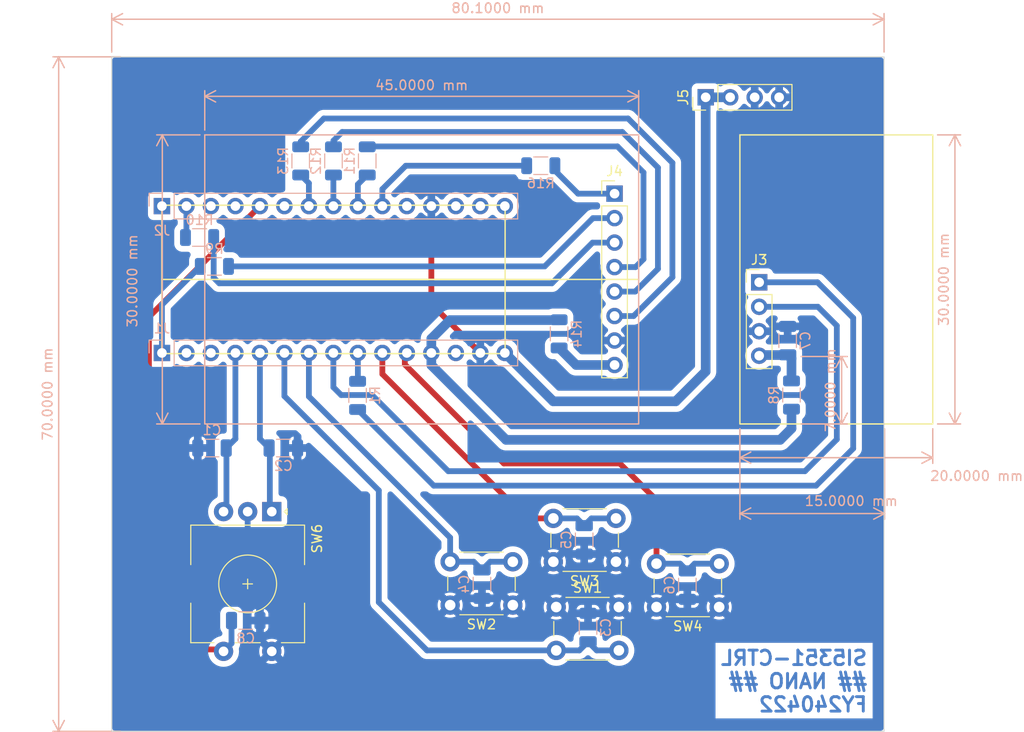
<source format=kicad_pcb>
(kicad_pcb (version 20240108) (generator "pcbnew") (generator_version "8.0")
  (title_block (date "sam. 04 avril 2015"))
  (layers (0 "F.Cu" signal) (31 "B.Cu" signal) (34 "B.Paste" user) (35 "F.Paste" user) (36 "B.SilkS" user "B.Silkscreen") (37 "F.SilkS" user "F.Silkscreen") (38 "B.Mask" user) (39 "F.Mask" user) (44 "Edge.Cuts" user))
  (net 0 "")
  (net 1 "GND")
  (net 2 "/~{RESET}")
  (net 3 "/*D9")
  (net 4 "/D8")
  (net 5 "/D7")
  (net 6 "/*D6")
  (net 7 "/*D5")
  (net 8 "/D4")
  (net 9 "+5V")
  (net 10 "/A3")
  (net 11 "/A2")
  (net 12 "/A1")
  (net 13 "/A0")
  (net 14 "/AREF")
  (net 15 "/D0{slash}RX")
  (net 16 "/D1{slash}TX")
  (net 17 "+3V3")
  (net 18 "/A7")
  (net 19 "/A6")
  (net 20 "/A5{slash}SCL")
  (net 21 "/A4{slash}SDA")
  (net 22 "/D2")
  (net 23 "/*D3")
  (net 24 "/*D10{slash}SS")
  (net 25 "/*D11{slash}MOSI")
  (net 26 "/D12{slash}MISO")
  (net 27 "Net-(J3-Pin_4)")
  (net 28 "Net-(J4-Pin_5)")
  (net 29 "Net-(J4-Pin_6)")
  (net 30 "Net-(J4-Pin_8)")
  (net 31 "Net-(J4-Pin_3)")
  (net 32 "Net-(J4-Pin_1)")
  (net 33 "Net-(J4-Pin_4)")
  (net 34 "/D13{slash}SCK")
  (net 35 "Net-(J3-Pin_1)")
  (net 36 "Net-(J4-Pin_2)")
  (net 37 "VCC")
  (footprint "Connector_PinHeader_2.54mm:PinHeader_1x04_P2.54mm_Vertical" (layer "F.Cu") (at 160.2 72.2 90)
    (property "Reference" "J5" (at 0 -2.33 -90) (layer "F.SilkS"))
    (property "Value" "Conn_01x04")
    (fp_line (start -1.33 -1.33) (end 0 -1.33) (stroke (width 0.12)) (layer "F.SilkS"))
    (fp_line (start -1.33 0) (end -1.33 -1.33) (stroke (width 0.12)) (layer "F.SilkS"))
    (fp_line (start 1.33 1.27) (end 1.33 8.95) (stroke (width 0.12)) (layer "F.SilkS"))
    (fp_line (start -1.33 1.27) (end 1.33 1.27) (stroke (width 0.12)) (layer "F.SilkS"))
    (fp_line (start -1.33 1.27) (end -1.33 8.95) (stroke (width 0.12)) (layer "F.SilkS"))
    (fp_line (start -1.33 8.95) (end 1.33 8.95) (stroke (width 0.12)) (layer "F.SilkS"))
    (pad "1" thru_hole rect (at 0 0 90) (size 1.7 1.7) (drill 1) (layers "*.Cu" "*.Mask") (net 37 "VCC"))
    (pad "2" thru_hole oval (at 0 2.54 90) (size 1.7 1.7) (drill 1) (layers "*.Cu" "*.Mask") (net 37 "VCC"))
    (pad "3" thru_hole oval (at 0 5.08 90) (size 1.7 1.7) (drill 1) (layers "*.Cu" "*.Mask") (net 1 "GND"))
    (pad "4" thru_hole oval (at 0 7.62 90) (size 1.7 1.7) (drill 1) (layers "*.Cu" "*.Mask") (net 1 "GND"))
  )
  (footprint "Button_Switch_THT:SW_PUSH_6mm" (layer "F.Cu") (at 144.7 125.1)
    (property "Reference" "SW1" (at 3.25 -2 0) (layer "F.SilkS"))
    (property "Value" "SW_Push")
    (fp_line (start -0.25 1.5) (end -0.25 3) (stroke (width 0.12)) (layer "F.SilkS"))
    (fp_line (start 1 5.5) (end 5.5 5.5) (stroke (width 0.12)) (layer "F.SilkS"))
    (fp_line (start 5.5 -1) (end 1 -1) (stroke (width 0.12)) (layer "F.SilkS"))
    (fp_line (start 6.75 3) (end 6.75 1.5) (stroke (width 0.12)) (layer "F.SilkS"))
    (pad "1" thru_hole circle (at 0 0 90) (size 2 2) (drill 1.1) (layers "*.Cu" "*.Mask") (net 1 "GND"))
    (pad "1" thru_hole circle (at 6.5 0 90) (size 2 2) (drill 1.1) (layers "*.Cu" "*.Mask") (net 1 "GND"))
    (pad "2" thru_hole circle (at 0 4.5 90) (size 2 2) (drill 1.1) (layers "*.Cu" "*.Mask") (net 11 "/A2"))
    (pad "2" thru_hole circle (at 6.5 4.5 90) (size 2 2) (drill 1.1) (layers "*.Cu" "*.Mask") (net 11 "/A2"))
  )
  (footprint "Rotary_Encoder:RotaryEncoder_Alps_EC11E-Switch_Vertical_H20mm" (layer "F.Cu") (at 115.2 115.2 -90)
    (property "Reference" "SW6" (at 2.8 -4.7 90) (layer "F.SilkS"))
    (property "Value" "RotaryEncoder_Switch")
    (fp_line (start 5.5 8.4) (end 1.4 8.4) (stroke (width 0.12)) (layer "F.SilkS"))
    (fp_line (start 13.6 8.4) (end 9.5 8.4) (stroke (width 0.12)) (layer "F.SilkS"))
    (fp_line (start 13.6 6) (end 13.6 8.4) (stroke (width 0.12)) (layer "F.SilkS"))
    (fp_line (start 7 2.5) (end 8 2.5) (stroke (width 0.12)) (layer "F.SilkS"))
    (fp_line (start 7.5 2) (end 7.5 3) (stroke (width 0.12)) (layer "F.SilkS"))
    (fp_line (start 13.6 1.2) (end 13.6 3.8) (stroke (width 0.12)) (layer "F.SilkS"))
    (fp_line (start 0 -1.3) (end -0.3 -1.6) (stroke (width 0.12)) (layer "F.SilkS"))
    (fp_line (start -0.3 -1.6) (end 0.3 -1.6) (stroke (width 0.12)) (layer "F.SilkS"))
    (fp_line (start 0.3 -1.6) (end 0 -1.3) (stroke (width 0.12)) (layer "F.SilkS"))
    (fp_line (start 1.4 -3.4) (end 1.4 8.4) (stroke (width 0.12)) (layer "F.SilkS"))
    (fp_line (start 5.5 -3.4) (end 1.4 -3.4) (stroke (width 0.12)) (layer "F.SilkS"))
    (fp_line (start 9.5 -3.4) (end 13.6 -3.4) (stroke (width 0.12)) (layer "F.SilkS"))
    (fp_line (start 13.6 -3.4) (end 13.6 -1) (stroke (width 0.12)) (layer "F.SilkS"))
    (fp_circle (center 7.5 2.5) (end 10.5 2.5) (stroke (width 0.12)) (fill none) (layer "F.SilkS"))
    (pad "A" thru_hole rect (at 0 0 270) (size 2 2) (drill 1) (layers "*.Cu" "*.Mask") (net 12 "/A1"))
    (pad "B" thru_hole circle (at 0 5 270) (size 2 2) (drill 1) (layers "*.Cu" "*.Mask") (net 13 "/A0"))
    (pad "C" thru_hole circle (at 0 2.5 270) (size 2 2) (drill 1) (layers "*.Cu" "*.Mask") (net 1 "GND"))
    (pad "S1" thru_hole circle (at 14.5 5 270) (size 2 2) (drill 1) (layers "*.Cu" "*.Mask") (net 4 "/D8"))
    (pad "S2" thru_hole circle (at 14.5 0 270) (size 2 2) (drill 1) (layers "*.Cu" "*.Mask") (net 1 "GND"))
  )
  (footprint "Connector_PinHeader_2.54mm:PinHeader_1x08_P2.54mm_Vertical" (layer "F.Cu") (at 150.75 82.2)
    (property "Reference" "J4" (at 0 -2.33 0) (layer "F.SilkS"))
    (property "Value" "Conn_01x08")
    (fp_line (start -1.33 -1.33) (end 0 -1.33) (stroke (width 0.12)) (layer "F.SilkS"))
    (fp_line (start -1.33 0) (end -1.33 -1.33) (stroke (width 0.12)) (layer "F.SilkS"))
    (fp_line (start -1.33 1.27) (end -1.33 19.11) (stroke (width 0.12)) (layer "F.SilkS"))
    (fp_line (start -1.33 1.27) (end 1.33 1.27) (stroke (width 0.12)) (layer "F.SilkS"))
    (fp_line (start -1.33 19.11) (end 1.33 19.11) (stroke (width 0.12)) (layer "F.SilkS"))
    (fp_line (start 1.33 1.27) (end 1.33 19.11) (stroke (width 0.12)) (layer "F.SilkS"))
    (pad "1" thru_hole rect (at 0 0) (size 1.7 1.7) (drill 1) (layers "*.Cu" "*.Mask") (net 32 "Net-(J4-Pin_1)"))
    (pad "2" thru_hole oval (at 0 2.54) (size 1.7 1.7) (drill 1) (layers "*.Cu" "*.Mask") (net 36 "Net-(J4-Pin_2)"))
    (pad "3" thru_hole oval (at 0 5.08) (size 1.7 1.7) (drill 1) (layers "*.Cu" "*.Mask") (net 31 "Net-(J4-Pin_3)"))
    (pad "4" thru_hole oval (at 0 7.62) (size 1.7 1.7) (drill 1) (layers "*.Cu" "*.Mask") (net 33 "Net-(J4-Pin_4)"))
    (pad "5" thru_hole oval (at 0 10.16) (size 1.7 1.7) (drill 1) (layers "*.Cu" "*.Mask") (net 28 "Net-(J4-Pin_5)"))
    (pad "6" thru_hole oval (at 0 12.7) (size 1.7 1.7) (drill 1) (layers "*.Cu" "*.Mask") (net 29 "Net-(J4-Pin_6)"))
    (pad "7" thru_hole oval (at 0 15.24) (size 1.7 1.7) (drill 1) (layers "*.Cu" "*.Mask") (net 1 "GND"))
    (pad "8" thru_hole oval (at 0 17.78) (size 1.7 1.7) (drill 1) (layers "*.Cu" "*.Mask") (net 30 "Net-(J4-Pin_8)"))
  )
  (footprint "Button_Switch_THT:SW_PUSH_6mm" (layer "F.Cu") (at 150.9 120.4 180)
    (property "Reference" "SW3" (at 3.25 -2 180) (layer "F.SilkS"))
    (property "Value" "SW_Push")
    (fp_line (start 6.75 3) (end 6.75 1.5) (stroke (width 0.12)) (layer "F.SilkS"))
    (fp_line (start 5.5 -1) (end 1 -1) (stroke (width 0.12)) (layer "F.SilkS"))
    (fp_line (start 1 5.5) (end 5.5 5.5) (stroke (width 0.12)) (layer "F.SilkS"))
    (fp_line (start -0.25 1.5) (end -0.25 3) (stroke (width 0.12)) (layer "F.SilkS"))
    (pad "1" thru_hole circle (at 0 0 270) (size 2 2) (drill 1.1) (layers "*.Cu" "*.Mask") (net 1 "GND"))
    (pad "1" thru_hole circle (at 6.5 0 270) (size 2 2) (drill 1.1) (layers "*.Cu" "*.Mask") (net 1 "GND"))
    (pad "2" thru_hole circle (at 0 4.5 270) (size 2 2) (drill 1.1) (layers "*.Cu" "*.Mask") (net 19 "/A6"))
    (pad "2" thru_hole circle (at 6.5 4.5 270) (size 2 2) (drill 1.1) (layers "*.Cu" "*.Mask") (net 19 "/A6"))
  )
  (footprint "Connector_PinHeader_2.54mm:PinHeader_1x04_P2.54mm_Vertical" (layer "F.Cu") (at 165.75 91.4)
    (property "Reference" "J3" (at 0 -2.33 0) (layer "F.SilkS"))
    (property "Value" "Conn_01x04")
    (fp_line (start -1.33 -1.33) (end 0 -1.33) (stroke (width 0.12)) (layer "F.SilkS"))
    (fp_line (start -1.33 0) (end -1.33 -1.33) (stroke (width 0.12)) (layer "F.SilkS"))
    (fp_line (start -1.33 1.27) (end -1.33 8.95) (stroke (width 0.12)) (layer "F.SilkS"))
    (fp_line (start -1.33 1.27) (end 1.33 1.27) (stroke (width 0.12)) (layer "F.SilkS"))
    (fp_line (start -1.33 8.95) (end 1.33 8.95) (stroke (width 0.12)) (layer "F.SilkS"))
    (fp_line (start 1.33 1.27) (end 1.33 8.95) (stroke (width 0.12)) (layer "F.SilkS"))
    (pad "1" thru_hole rect (at 0 0) (size 1.7 1.7) (drill 1) (layers "*.Cu" "*.Mask") (net 35 "Net-(J3-Pin_1)"))
    (pad "2" thru_hole oval (at 0 2.54) (size 1.7 1.7) (drill 1) (layers "*.Cu" "*.Mask") (net 21 "/A4{slash}SDA"))
    (pad "3" thru_hole oval (at 0 5.08) (size 1.7 1.7) (drill 1) (layers "*.Cu" "*.Mask") (net 1 "GND"))
    (pad "4" thru_hole oval (at 0 7.62) (size 1.7 1.7) (drill 1) (layers "*.Cu" "*.Mask") (net 27 "Net-(J3-Pin_4)"))
  )
  (footprint "Button_Switch_THT:SW_PUSH_6mm" (layer "F.Cu") (at 161.6 125.1 180)
    (property "Reference" "SW4" (at 3.25 -2 180) (layer "F.SilkS"))
    (property "Value" "SW_Push")
    (fp_line (start 6.75 3) (end 6.75 1.5) (stroke (width 0.12)) (layer "F.SilkS"))
    (fp_line (start 5.5 -1) (end 1 -1) (stroke (width 0.12)) (layer "F.SilkS"))
    (fp_line (start 1 5.5) (end 5.5 5.5) (stroke (width 0.12)) (layer "F.SilkS"))
    (fp_line (start -0.25 1.5) (end -0.25 3) (stroke (width 0.12)) (layer "F.SilkS"))
    (pad "1" thru_hole circle (at 0 0 270) (size 2 2) (drill 1.1) (layers "*.Cu" "*.Mask") (net 1 "GND"))
    (pad "1" thru_hole circle (at 6.5 0 270) (size 2 2) (drill 1.1) (layers "*.Cu" "*.Mask") (net 1 "GND"))
    (pad "2" thru_hole circle (at 0 4.5 270) (size 2 2) (drill 1.1) (layers "*.Cu" "*.Mask") (net 18 "/A7"))
    (pad "2" thru_hole circle (at 6.5 4.5 270) (size 2 2) (drill 1.1) (layers "*.Cu" "*.Mask") (net 18 "/A7"))
  )
  (footprint "Button_Switch_THT:SW_PUSH_6mm" (layer "F.Cu") (at 140.2 124.9 180)
    (property "Reference" "SW2" (at 3.25 -2 180) (layer "F.SilkS"))
    (property "Value" "SW_Push")
    (fp_line (start 6.75 3) (end 6.75 1.5) (stroke (width 0.12)) (layer "F.SilkS"))
    (fp_line (start 5.5 -1) (end 1 -1) (stroke (width 0.12)) (layer "F.SilkS"))
    (fp_line (start 1 5.5) (end 5.5 5.5) (stroke (width 0.12)) (layer "F.SilkS"))
    (fp_line (start -0.25 1.5) (end -0.25 3) (stroke (width 0.12)) (layer "F.SilkS"))
    (pad "1" thru_hole circle (at 0 0 270) (size 2 2) (drill 1.1) (layers "*.Cu" "*.Mask") (net 1 "GND"))
    (pad "1" thru_hole circle (at 6.5 0 270) (size 2 2) (drill 1.1) (layers "*.Cu" "*.Mask") (net 1 "GND"))
    (pad "2" thru_hole circle (at 0 4.5 270) (size 2 2) (drill 1.1) (layers "*.Cu" "*.Mask") (net 10 "/A3"))
    (pad "2" thru_hole circle (at 6.5 4.5 270) (size 2 2) (drill 1.1) (layers "*.Cu" "*.Mask") (net 10 "/A3"))
  )
  (footprint "Connector_PinHeader_2.54mm:PinHeader_1x15_P2.54mm_Vertical" (layer "B.Cu") (at 103.81 98.73 -90)
    (property "Reference" "J1" (at -2.54 0 180) (layer "B.SilkS") (effects (justify mirror)))
    (property "Value" "Analog")
    (fp_line (start -1.33 1.33) (end 0 1.33) (stroke (width 0.12)) (layer "B.SilkS"))
    (fp_line (start -1.33 0) (end -1.33 1.33) (stroke (width 0.12)) (layer "B.SilkS"))
    (fp_line (start -1.33 -1.27) (end 1.33 -1.27) (stroke (width 0.12)) (layer "B.SilkS"))
    (fp_line (start -1.33 -1.27) (end -1.33 -36.89) (stroke (width 0.12)) (layer "B.SilkS"))
    (fp_line (start 1.33 -1.27) (end 1.33 -36.89) (stroke (width 0.12)) (layer "B.SilkS"))
    (fp_line (start -1.33 -36.89) (end 1.33 -36.89) (stroke (width 0.12)) (layer "B.SilkS"))
    (pad "1" thru_hole rect (at 0 0 270) (size 1.7 1.7) (drill 1) (layers "*.Cu" "*.Mask") (net 34 "/D13{slash}SCK"))
    (pad "2" thru_hole oval (at 0 -2.54 270) (size 1.7 1.7) (drill 1) (layers "*.Cu" "*.Mask") (net 17 "+3V3"))
    (pad "3" thru_hole oval (at 0 -5.08 270) (size 1.7 1.7) (drill 1) (layers "*.Cu" "*.Mask") (net 14 "/AREF"))
    (pad "4" thru_hole oval (at 0 -7.62 270) (size 1.7 1.7) (drill 1) (layers "*.Cu" "*.Mask") (net 13 "/A0"))
    (pad "5" thru_hole oval (at 0 -10.16 270) (size 1.7 1.7) (drill 1) (layers "*.Cu" "*.Mask") (net 12 "/A1"))
    (pad "6" thru_hole oval (at 0 -12.7 270) (size 1.7 1.7) (drill 1) (layers "*.Cu" "*.Mask") (net 11 "/A2"))
    (pad "7" thru_hole oval (at 0 -15.24 270) (size 1.7 1.7) (drill 1) (layers "*.Cu" "*.Mask") (net 10 "/A3"))
    (pad "8" thru_hole oval (at 0 -17.78 270) (size 1.7 1.7) (drill 1) (layers "*.Cu" "*.Mask") (net 21 "/A4{slash}SDA"))
    (pad "9" thru_hole oval (at 0 -20.32 270) (size 1.7 1.7) (drill 1) (layers "*.Cu" "*.Mask") (net 20 "/A5{slash}SCL"))
    (pad "10" thru_hole oval (at 0 -22.86 270) (size 1.7 1.7) (drill 1) (layers "*.Cu" "*.Mask") (net 19 "/A6"))
    (pad "11" thru_hole oval (at 0 -25.4 270) (size 1.7 1.7) (drill 1) (layers "*.Cu" "*.Mask") (net 18 "/A7"))
    (pad "12" thru_hole oval (at 0 -27.94 270) (size 1.7 1.7) (drill 1) (layers "*.Cu" "*.Mask") (net 9 "+5V"))
    (pad "13" thru_hole oval (at 0 -30.48 270) (size 1.7 1.7) (drill 1) (layers "*.Cu" "*.Mask") (net 2 "/~{RESET}"))
    (pad "14" thru_hole oval (at 0 -33.02 270) (size 1.7 1.7) (drill 1) (layers "*.Cu" "*.Mask") (net 1 "GND"))
    (pad "15" thru_hole oval (at 0 -35.56 270) (size 1.7 1.7) (drill 1) (layers "*.Cu" "*.Mask") (net 37 "VCC"))
  )
  (footprint "Connector_PinHeader_2.54mm:PinHeader_1x15_P2.54mm_Vertical" (layer "B.Cu") (at 103.81 83.49 -90)
    (property "Reference" "J2" (at 2.54 0 180) (layer "B.SilkS") (effects (justify mirror)))
    (property "Value" "Digital")
    (fp_line (start -1.33 1.33) (end 0 1.33) (stroke (width 0.12)) (layer "B.SilkS"))
    (fp_line (start -1.33 0) (end -1.33 1.33) (stroke (width 0.12)) (layer "B.SilkS"))
    (fp_line (start -1.33 -1.27) (end 1.33 -1.27) (stroke (width 0.12)) (layer "B.SilkS"))
    (fp_line (start -1.33 -1.27) (end -1.33 -36.89) (stroke (width 0.12)) (layer "B.SilkS"))
    (fp_line (start 1.33 -1.27) (end 1.33 -36.89) (stroke (width 0.12)) (layer "B.SilkS"))
    (fp_line (start -1.33 -36.89) (end 1.33 -36.89) (stroke (width 0.12)) (layer "B.SilkS"))
    (pad "1" thru_hole rect (at 0 0 270) (size 1.7 1.7) (drill 1) (layers "*.Cu" "*.Mask") (net 26 "/D12{slash}MISO"))
    (pad "2" thru_hole oval (at 0 -2.54 270) (size 1.7 1.7) (drill 1) (layers "*.Cu" "*.Mask") (net 25 "/*D11{slash}MOSI"))
    (pad "3" thru_hole oval (at 0 -5.08 270) (size 1.7 1.7) (drill 1) (layers "*.Cu" "*.Mask") (net 24 "/*D10{slash}SS"))
    (pad "4" thru_hole oval (at 0 -7.62 270) (size 1.7 1.7) (drill 1) (layers "*.Cu" "*.Mask") (net 3 "/*D9"))
    (pad "5" thru_hole oval (at 0 -10.16 270) (size 1.7 1.7) (drill 1) (layers "*.Cu" "*.Mask") (net 4 "/D8"))
    (pad "6" thru_hole oval (at 0 -12.7 270) (size 1.7 1.7) (drill 1) (layers "*.Cu" "*.Mask") (net 5 "/D7"))
    (pad "7" thru_hole oval (at 0 -15.24 270) (size 1.7 1.7) (drill 1) (layers "*.Cu" "*.Mask") (net 6 "/*D6"))
    (pad "8" thru_hole oval (at 0 -17.78 270) (size 1.7 1.7) (drill 1) (layers "*.Cu" "*.Mask") (net 7 "/*D5"))
    (pad "9" thru_hole oval (at 0 -20.32 270) (size 1.7 1.7) (drill 1) (layers "*.Cu" "*.Mask") (net 8 "/D4"))
    (pad "10" thru_hole oval (at 0 -22.86 270) (size 1.7 1.7) (drill 1) (layers "*.Cu" "*.Mask") (net 23 "/*D3"))
    (pad "11" thru_hole oval (at 0 -25.4 270) (size 1.7 1.7) (drill 1) (layers "*.Cu" "*.Mask") (net 22 "/D2"))
    (pad "12" thru_hole oval (at 0 -27.94 270) (size 1.7 1.7) (drill 1) (layers "*.Cu" "*.Mask") (net 1 "GND"))
    (pad "13" thru_hole oval (at 0 -30.48 270) (size 1.7 1.7) (drill 1) (layers "*.Cu" "*.Mask") (net 2 "/~{RESET}"))
    (pad "14" thru_hole oval (at 0 -33.02 270) (size 1.7 1.7) (drill 1) (layers "*.Cu" "*.Mask") (net 15 "/D0{slash}RX"))
    (pad "15" thru_hole oval (at 0 -35.56 270) (size 1.7 1.7) (drill 1) (layers "*.Cu" "*.Mask") (net 16 "/D1{slash}TX"))
  )
  (footprint "Resistor_SMD:R_1206_3216Metric" (layer "B.Cu") (at 121.6 78.8 -90)
    (property "Reference" "R12" (at 0 1.82 90) (layer "B.SilkS") (effects (justify mirror)))
    (property "Value" "0")
    (fp_line (start 0.727064 0.91) (end -0.727064 0.91) (stroke (width 0.12)) (layer "B.SilkS"))
    (fp_line (start 0.727064 -0.91) (end -0.727064 -0.91) (stroke (width 0.12)) (layer "B.SilkS"))
    (pad "1" smd roundrect (at -1.4625 0 270) (size 1.125 1.75) (layers "B.Cu" "B.Paste" "B.Mask") (roundrect_rratio 0.222222) (net 28 "Net-(J4-Pin_5)"))
    (pad "2" smd roundrect (at 1.4625 0 270) (size 1.125 1.75) (layers "B.Cu" "B.Paste" "B.Mask") (roundrect_rratio 0.222222) (net 7 "/*D5"))
  )
  (footprint "Capacitor_SMD:C_1206_3216Metric" (layer "B.Cu") (at 168.7 97.45 90)
    (property "Reference" "C7" (at 0 1.85 -90) (layer "B.SilkS") (effects (justify mirror)))
    (property "Value" "1n")
    (fp_line (start 0.711252 -0.91) (end -0.711252 -0.91) (stroke (width 0.12)) (layer "B.SilkS"))
    (fp_line (start 0.711252 0.91) (end -0.711252 0.91) (stroke (width 0.12)) (layer "B.SilkS"))
    (pad "1" smd roundrect (at -1.475 0 90) (size 1.15 1.8) (layers "B.Cu" "B.Paste" "B.Mask") (roundrect_rratio 0.217391) (net 27 "Net-(J3-Pin_4)"))
    (pad "2" smd roundrect (at 1.475 0 90) (size 1.15 1.8) (layers "B.Cu" "B.Paste" "B.Mask") (roundrect_rratio 0.217391) (net 1 "GND"))
  )
  (footprint "Resistor_SMD:R_1206_3216Metric" (layer "B.Cu") (at 145 96.75 90)
    (property "Reference" "R14" (at 0 1.82 -90) (layer "B.SilkS") (effects (justify mirror)))
    (property "Value" "0")
    (fp_line (start 0.727064 -0.91) (end -0.727064 -0.91) (stroke (width 0.12)) (layer "B.SilkS"))
    (fp_line (start 0.727064 0.91) (end -0.727064 0.91) (stroke (width 0.12)) (layer "B.SilkS"))
    (pad "1" smd roundrect (at -1.4625 0 90) (size 1.125 1.75) (layers "B.Cu" "B.Paste" "B.Mask") (roundrect_rratio 0.222222) (net 30 "Net-(J4-Pin_8)"))
    (pad "2" smd roundrect (at 1.4625 0 90) (size 1.125 1.75) (layers "B.Cu" "B.Paste" "B.Mask") (roundrect_rratio 0.222222) (net 9 "+5V"))
  )
  (footprint "Capacitor_SMD:C_1206_3216Metric" (layer "B.Cu") (at 116.4 108.6)
    (property "Reference" "C2" (at 0 1.85 0) (layer "B.SilkS") (effects (justify mirror)))
    (property "Value" "1n")
    (fp_line (start 0.711252 -0.91) (end -0.711252 -0.91) (stroke (width 0.12)) (layer "B.SilkS"))
    (fp_line (start 0.711252 0.91) (end -0.711252 0.91) (stroke (width 0.12)) (layer "B.SilkS"))
    (pad "1" smd roundrect (at -1.475 0) (size 1.15 1.8) (layers "B.Cu" "B.Paste" "B.Mask") (roundrect_rratio 0.217391) (net 12 "/A1"))
    (pad "2" smd roundrect (at 1.475 0) (size 1.15 1.8) (layers "B.Cu" "B.Paste" "B.Mask") (roundrect_rratio 0.217391) (net 1 "GND"))
  )
  (footprint "Resistor_SMD:R_1206_3216Metric" (layer "B.Cu") (at 143.1 79.3)
    (property "Reference" "R16" (at 0 1.82 0) (layer "B.SilkS") (effects (justify mirror)))
    (property "Value" "0")
    (fp_line (start 0.727064 -0.91) (end -0.727064 -0.91) (stroke (width 0.12)) (layer "B.SilkS"))
    (fp_line (start 0.727064 0.91) (end -0.727064 0.91) (stroke (width 0.12)) (layer "B.SilkS"))
    (pad "1" smd roundrect (at -1.4625 0) (size 1.125 1.75) (layers "B.Cu" "B.Paste" "B.Mask") (roundrect_rratio 0.222222) (net 23 "/*D3"))
    (pad "2" smd roundrect (at 1.4625 0) (size 1.125 1.75) (layers "B.Cu" "B.Paste" "B.Mask") (roundrect_rratio 0.222222) (net 32 "Net-(J4-Pin_1)"))
  )
  (footprint "Capacitor_SMD:C_1206_3216Metric" (layer "B.Cu") (at 147.6 118.125 -90)
    (property "Reference" "C5" (at 0 1.85 90) (layer "B.SilkS") (effects (justify mirror)))
    (property "Value" "1n")
    (fp_line (start 0.711252 0.91) (end -0.711252 0.91) (stroke (width 0.12)) (layer "B.SilkS"))
    (fp_line (start 0.711252 -0.91) (end -0.711252 -0.91) (stroke (width 0.12)) (layer "B.SilkS"))
    (pad "1" smd roundrect (at -1.475 0 270) (size 1.15 1.8) (layers "B.Cu" "B.Paste" "B.Mask") (roundrect_rratio 0.217391) (net 19 "/A6"))
    (pad "2" smd roundrect (at 1.475 0 270) (size 1.15 1.8) (layers "B.Cu" "B.Paste" "B.Mask") (roundrect_rratio 0.217391) (net 1 "GND"))
  )
  (footprint "Resistor_SMD:R_1206_3216Metric" (layer "B.Cu") (at 124.1 103.1375 90)
    (property "Reference" "R1" (at 0 1.82 270) (layer "B.SilkS") (effects (justify mirror)))
    (property "Value" "0")
    (fp_line (start 0.727064 -0.91) (end -0.727064 -0.91) (stroke (width 0.12)) (layer "B.SilkS"))
    (fp_line (start 0.727064 0.91) (end -0.727064 0.91) (stroke (width 0.12)) (layer "B.SilkS"))
    (pad "1" smd roundrect (at -1.4625 0 90) (size 1.125 1.75) (layers "B.Cu" "B.Paste" "B.Mask") (roundrect_rratio 0.222222) (net 35 "Net-(J3-Pin_1)"))
    (pad "2" smd roundrect (at 1.4625 0 90) (size 1.125 1.75) (layers "B.Cu" "B.Paste" "B.Mask") (roundrect_rratio 0.222222) (net 20 "/A5{slash}SCL"))
  )
  (footprint "Resistor_SMD:R_1206_3216Metric" (layer "B.Cu") (at 169.1 103.1 -90)
    (property "Reference" "R8" (at 0 1.82 90) (layer "B.SilkS") (effects (justify mirror)))
    (property "Value" "0")
    (fp_line (start 0.727064 0.91) (end -0.727064 0.91) (stroke (width 0.12)) (layer "B.SilkS"))
    (fp_line (start 0.727064 -0.91) (end -0.727064 -0.91) (stroke (width 0.12)) (layer "B.SilkS"))
    (pad "1" smd roundrect (at -1.4625 0 270) (size 1.125 1.75) (layers "B.Cu" "B.Paste" "B.Mask") (roundrect_rratio 0.222222) (net 27 "Net-(J3-Pin_4)"))
    (pad "2" smd roundrect (at 1.4625 0 270) (size 1.125 1.75) (layers "B.Cu" "B.Paste" "B.Mask") (roundrect_rratio 0.222222) (net 9 "+5V"))
  )
  (footprint "Capacitor_SMD:C_1206_3216Metric" (layer "B.Cu") (at 109 108.6 180)
    (property "Reference" "C1" (at 0 1.85 180) (layer "B.SilkS") (effects (justify mirror)))
    (property "Value" "1n")
    (fp_line (start 0.711252 0.91) (end -0.711252 0.91) (stroke (width 0.12)) (layer "B.SilkS"))
    (fp_line (start 0.711252 -0.91) (end -0.711252 -0.91) (stroke (width 0.12)) (layer "B.SilkS"))
    (pad "1" smd roundrect (at -1.475 0 180) (size 1.15 1.8) (layers "B.Cu" "B.Paste" "B.Mask") (roundrect_rratio 0.217391) (net 13 "/A0"))
    (pad "2" smd roundrect (at 1.475 0 180) (size 1.15 1.8) (layers "B.Cu" "B.Paste" "B.Mask") (roundrect_rratio 0.217391) (net 1 "GND"))
  )
  (footprint "Resistor_SMD:R_1206_3216Metric" (layer "B.Cu") (at 107.7125 86.75 180)
    (property "Reference" "R10" (at 0 1.82 180) (layer "B.SilkS") (effects (justify mirror)))
    (property "Value" "0")
    (fp_line (start 0.727064 0.91) (end -0.727064 0.91) (stroke (width 0.12)) (layer "B.SilkS"))
    (fp_line (start 0.727064 -0.91) (end -0.727064 -0.91) (stroke (width 0.12)) (layer "B.SilkS"))
    (pad "1" smd roundrect (at -1.4625 0 180) (size 1.125 1.75) (layers "B.Cu" "B.Paste" "B.Mask") (roundrect_rratio 0.222222) (net 31 "Net-(J4-Pin_3)"))
    (pad "2" smd roundrect (at 1.4625 0 180) (size 1.125 1.75) (layers "B.Cu" "B.Paste" "B.Mask") (roundrect_rratio 0.222222) (net 25 "/*D11{slash}MOSI"))
  )
  (footprint "Capacitor_SMD:C_1206_3216Metric" (layer "B.Cu") (at 137 122.725 -90)
    (property "Reference" "C4" (at 0 1.85 90) (layer "B.SilkS") (effects (justify mirror)))
    (property "Value" "1n")
    (fp_line (start 0.711252 0.91) (end -0.711252 0.91) (stroke (width 0.12)) (layer "B.SilkS"))
    (fp_line (start 0.711252 -0.91) (end -0.711252 -0.91) (stroke (width 0.12)) (layer "B.SilkS"))
    (pad "1" smd roundrect (at -1.475 0 270) (size 1.15 1.8) (layers "B.Cu" "B.Paste" "B.Mask") (roundrect_rratio 0.217391) (net 10 "/A3"))
    (pad "2" smd roundrect (at 1.475 0 270) (size 1.15 1.8) (layers "B.Cu" "B.Paste" "B.Mask") (roundrect_rratio 0.217391) (net 1 "GND"))
  )
  (footprint "Resistor_SMD:R_1206_3216Metric" (layer "B.Cu") (at 109.25 89.75 180)
    (property "Reference" "R9" (at 0 1.82 180) (layer "B.SilkS") (effects (justify mirror)))
    (property "Value" "0")
    (fp_line (start 0.727064 0.91) (end -0.727064 0.91) (stroke (width 0.12)) (layer "B.SilkS"))
    (fp_line (start 0.727064 -0.91) (end -0.727064 -0.91) (stroke (width 0.12)) (layer "B.SilkS"))
    (pad "1" smd roundrect (at -1.4625 0 180) (size 1.125 1.75) (layers "B.Cu" "B.Paste" "B.Mask") (roundrect_rratio 0.222222) (net 36 "Net-(J4-Pin_2)"))
    (pad "2" smd roundrect (at 1.4625 0 180) (size 1.125 1.75) (layers "B.Cu" "B.Paste" "B.Mask") (roundrect_rratio 0.222222) (net 34 "/D13{slash}SCK"))
  )
  (footprint "Capacitor_SMD:C_1206_3216Metric" (layer "B.Cu") (at 158.3 122.825 -90)
    (property "Reference" "C6" (at 0 1.85 90) (layer "B.SilkS") (effects (justify mirror)))
    (property "Value" "1n")
    (fp_line (start 0.711252 0.91) (end -0.711252 0.91) (stroke (width 0.12)) (layer "B.SilkS"))
    (fp_line (start 0.711252 -0.91) (end -0.711252 -0.91) (stroke (width 0.12)) (layer "B.SilkS"))
    (pad "1" smd roundrect (at -1.475 0 270) (size 1.15 1.8) (layers "B.Cu" "B.Paste" "B.Mask") (roundrect_rratio 0.217391) (net 18 "/A7"))
    (pad "2" smd roundrect (at 1.475 0 270) (size 1.15 1.8) (layers "B.Cu" "B.Paste" "B.Mask") (roundrect_rratio 0.217391) (net 1 "GND"))
  )
  (footprint "Resistor_SMD:R_1206_3216Metric" (layer "B.Cu") (at 118.2 78.8 -90)
    (property "Reference" "R13" (at 0 1.82 90) (layer "B.SilkS") (effects (justify mirror)))
    (property "Value" "0")
    (fp_line (start 0.727064 0.91) (end -0.727064 0.91) (stroke (width 0.12)) (layer "B.SilkS"))
    (fp_line (start 0.727064 -0.91) (end -0.727064 -0.91) (stroke (width 0.12)) (layer "B.SilkS"))
    (pad "1" smd roundrect (at -1.4625 0 270) (size 1.125 1.75) (layers "B.Cu" "B.Paste" "B.Mask") (roundrect_rratio 0.222222) (net 29 "Net-(J4-Pin_6)"))
    (pad "2" smd roundrect (at 1.4625 0 270) (size 1.125 1.75) (layers "B.Cu" "B.Paste" "B.Mask") (roundrect_rratio 0.222222) (net 6 "/*D6"))
  )
  (footprint "Resistor_SMD:R_1206_3216Metric" (layer "B.Cu") (at 125.1 78.8 -90)
    (property "Reference" "R11" (at 0 1.82 90) (layer "B.SilkS") (effects (justify mirror)))
    (property "Value" "0")
    (fp_line (start 0.727064 0.91) (end -0.727064 0.91) (stroke (width 0.12)) (layer "B.SilkS"))
    (fp_line (start 0.727064 -0.91) (end -0.727064 -0.91) (stroke (width 0.12)) (layer "B.SilkS"))
    (pad "1" smd roundrect (at -1.4625 0 270) (size 1.125 1.75) (layers "B.Cu" "B.Paste" "B.Mask") (roundrect_rratio 0.222222) (net 33 "Net-(J4-Pin_4)"))
    (pad "2" smd roundrect (at 1.4625 0 270) (size 1.125 1.75) (layers "B.Cu" "B.Paste" "B.Mask") (roundrect_rratio 0.222222) (net 8 "/D4"))
  )
  (footprint "Capacitor_SMD:C_1206_3216Metric" (layer "B.Cu") (at 112.5 126.5)
    (property "Reference" "C8" (at 0 1.85 0) (layer "B.SilkS") (effects (justify mirror)))
    (property "Value" "1n")
    (fp_line (start 0.711252 -0.91) (end -0.711252 -0.91) (stroke (width 0.12)) (layer "B.SilkS"))
    (fp_line (start 0.711252 0.91) (end -0.711252 0.91) (stroke (width 0.12)) (layer "B.SilkS"))
    (pad "1" smd roundrect (at -1.475 0) (size 1.15 1.8) (layers "B.Cu" "B.Paste" "B.Mask") (roundrect_rratio 0.217391) (net 4 "/D8"))
    (pad "2" smd roundrect (at 1.475 0) (size 1.15 1.8) (layers "B.Cu" "B.Paste" "B.Mask") (roundrect_rratio 0.217391) (net 1 "GND"))
  )
  (footprint "Capacitor_SMD:C_1206_3216Metric" (layer "B.Cu") (at 148 127.225 90)
    (property "Reference" "C3" (at 0 1.85 -90) (layer "B.SilkS") (effects (justify mirror)))
    (property "Value" "1n")
    (fp_line (start 0.711252 -0.91) (end -0.711252 -0.91) (stroke (width 0.12)) (layer "B.SilkS"))
    (fp_line (start 0.711252 0.91) (end -0.711252 0.91) (stroke (width 0.12)) (layer "B.SilkS"))
    (pad "1" smd roundrect (at -1.475 0 90) (size 1.15 1.8) (layers "B.Cu" "B.Paste" "B.Mask") (roundrect_rratio 0.217391) (net 11 "/A2"))
    (pad "2" smd roundrect (at 1.475 0 90) (size 1.15 1.8) (layers "B.Cu" "B.Paste" "B.Mask") (roundrect_rratio 0.217391) (net 1 "GND"))
  )
  (gr_rect (start 105.7 120.4) (end 119.8 125) (stroke (width 0.15)) (fill solid) (layer "B.Cu") (net 1))
  (gr_rect (start 108.25 76.1) (end 153.25 106.1) (stroke (width 0.15)) (fill none) (layer "B.SilkS"))
  (gr_line (start 139.4 83.4) (end 103.8 83.4) (stroke (width 0.15)) (layer "F.SilkS"))
  (gr_line (start 103.8 98.8) (end 139.4 98.8) (stroke (width 0.15)) (layer "F.SilkS"))
  (gr_rect (start 163.75 76.1) (end 183.75 106.1) (stroke (width 0.15)) (fill none) (layer "F.SilkS"))
  (gr_line (start 103.8 91.1) (end 139.4 91.1) (stroke (width 0.15)) (layer "F.SilkS"))
  (gr_line (start 111.8 91.1) (end 153.25 91.1) (stroke (width 0.15)) (layer "F.SilkS"))
  (gr_line (start 139.4 98.8) (end 139.4 83.4) (stroke (width 0.15)) (layer "F.SilkS"))
  (gr_line (start 103.8 83.4) (end 103.8 98.8) (stroke (width 0.15)) (layer "F.SilkS"))
  (gr_rect (start 98.6 68) (end 178.7 138) (stroke (width 0.1)) (fill none) (layer "Edge.Cuts"))
  (gr_text "SI5351-CTRL\n## NANO ##\nFY240422" (at 177.1 136.1 -0) (layer "B.Cu") (effects (font (size 1.5 1.5) (thickness 0.3) (bold yes)) (justify left bottom mirror)))
  (dimension (type aligned) (layer "B.SilkS") (pts (xy 169.6 99.1) (xy 169.6 106.1)) (height -4.7) (gr_text "7.0000 mm" (at 173.15 102.6 90) (layer "B.SilkS") (effects (font (size 1 1) (thickness 0.15)))) (format (prefix "") (suffix "") (units 3) (units_format 1) (precision 4)) (style (thickness 0.15) (arrow_length 1.27) (text_position_mode 0) (extension_height 0.58642) (extension_offset 0.5) keep_text_aligned))
  (dimension (type aligned) (layer "B.SilkS") (pts (xy 163.75 106.1) (xy 183.75 106.1)) (height 3.5) (gr_text "20.0000 mm" (at 188.3 111.5 0) (layer "B.SilkS") (effects (font (size 1 1) (thickness 0.15)))) (format (prefix "") (suffix "") (units 3) (units_format 1) (precision 4)) (style (thickness 0.15) (arrow_length 1.27) (text_position_mode 2) (extension_height 0.58642) (extension_offset 0.5) keep_text_aligned))
  (dimension (type aligned) (layer "B.SilkS") (pts (xy 183.75 76.1) (xy 183.75 106.1)) (height -2.3) (gr_text "30.0000 mm" (at 184.9 91.1 90) (layer "B.SilkS") (effects (font (size 1 1) (thickness 0.15)))) (format (prefix "") (suffix "") (units 3) (units_format 1) (precision 4)) (style (thickness 0.15) (arrow_length 1.27) (text_position_mode 0) (extension_height 0.58642) (extension_offset 0.5) keep_text_aligned))
  (dimension (type aligned) (layer "B.SilkS") (pts (xy 153.25 76.1) (xy 108.25 76.1)) (height 3.999999) (gr_text "45.0000 mm" (at 130.75 70.950001 0) (layer "B.SilkS") (effects (font (size 1 1) (thickness 0.15)))) (format (prefix "") (suffix "") (units 3) (units_format 1) (precision 4)) (style (thickness 0.15) (arrow_length 1.27) (text_position_mode 0) (extension_height 0.58642) (extension_offset 0.5) keep_text_aligned))
  (dimension (type aligned) (layer "B.SilkS") (pts (xy 108.25 76.1) (xy 108.25 106.1)) (height 4.4) (gr_text "30.0000 mm" (at 100.75 91.25 90) (layer "B.SilkS") (effects (font (size 1 1) (thickness 0.15)))) (format (prefix "") (suffix "") (units 3) (units_format 1) (precision 4)) (style (thickness 0.15) (arrow_length 1.27) (text_position_mode 2) (extension_height 0.58642) (extension_offset 0.5) keep_text_aligned))
  (dimension (type aligned) (layer "B.SilkS") (pts (xy 163.75 106.1) (xy 178.75 106.1)) (height 9.3) (gr_text "15.0000 mm" (at 175.3 114.1 0) (layer "B.SilkS") (effects (font (size 1 1) (thickness 0.15)))) (format (prefix "") (suffix "") (units 3) (units_format 1) (precision 4)) (style (thickness 0.15) (arrow_length 1.27) (text_position_mode 2) (extension_height 0.58642) (extension_offset 0.5) keep_text_aligned))
  (dimension (type aligned) (layer "B.SilkS") (pts (xy 98.6 68) (xy 178.7 68)) (height -3.9) (gr_text "80.1000 mm" (at 138.65 62.95 0) (layer "B.SilkS") (effects (font (size 1 1) (thickness 0.15)))) (format (prefix "") (suffix "") (units 3) (units_format 1) (precision 4)) (style (thickness 0.15) (arrow_length 1.27) (text_position_mode 0) (extension_height 0.58642) (extension_offset 0.5) keep_text_aligned))
  (dimension (type aligned) (layer "B.SilkS") (pts (xy 100 68) (xy 100 138)) (height 6.899999) (gr_text "70.0000 mm" (at 91.950001 103 90) (layer "B.SilkS") (effects (font (size 1 1) (thickness 0.15)))) (format (prefix "") (suffix "") (units 3) (units_format 1) (precision 4)) (style (thickness 0.15) (arrow_length 1.27) (text_position_mode 0) (extension_height 0.58642) (extension_offset 0.5) keep_text_aligned))
  (segment (start 131.75 83.49) (end 131.75 93.65) (width 0.6) (layer "F.Cu") (net 1))
  (segment (start 131.75 93.65) (end 136.83 98.73) (width 0.6) (layer "F.Cu") (net 1))
  (segment (start 112.7 115.2) (end 112.7 117.9) (width 0.6) (layer "B.Cu") (net 1))
  (segment (start 106.5 129.5) (end 102.46 125.46) (width 0.6) (layer "F.Cu") (net 4))
  (segment (start 110 129.5) (end 106.5 129.5) (width 0.6) (layer "F.Cu") (net 4))
  (segment (start 102.46 95) (end 113.97 83.49) (width 0.6) (layer "F.Cu") (net 4))
  (segment (start 102.46 125.46) (end 102.46 95) (width 0.6) (layer "F.Cu") (net 4))
  (segment (start 110.2 129.7) (end 110 129.5) (width 0.6) (layer "F.Cu") (net 4))
  (segment (start 110.2 129.7) (end 111.025 128.875) (width 0.6) (layer "B.Cu") (net 4))
  (segment (start 111.025 128.875) (end 111.025 126.5) (width 0.6) (layer "B.Cu") (net 4))
  (segment (start 119.05 81.1125) (end 118.2 80.2625) (width 0.6) (layer "B.Cu") (net 6))
  (segment (start 119.05 83.49) (end 119.05 81.1125) (width 0.6) (layer "B.Cu") (net 6))
  (segment (start 121.59 80.2725) (end 121.6 80.2625) (width 0.6) (layer "B.Cu") (net 7))
  (segment (start 121.59 83.49) (end 121.59 80.2725) (width 0.6) (layer "B.Cu") (net 7))
  (segment (start 124.13 83.49) (end 124.13 81.2325) (width 0.6) (layer "B.Cu") (net 8))
  (segment (start 124.13 81.2325) (end 125.1 80.2625) (width 0.6) (layer "B.Cu") (net 8))
  (segment (start 144.9625 95.325) (end 133.675 95.325) (width 1) (layer "B.Cu") (net 9))
  (segment (start 169.1 106.575) (end 169.1 104.5625) (width 1) (layer "B.Cu") (net 9))
  (segment (start 131.75 98.73) (end 131.75 100) (width 1) (layer "B.Cu") (net 9))
  (segment (start 139.5 107.75) (end 167.925 107.75) (width 1) (layer "B.Cu") (net 9))
  (segment (start 133.675 95.325) (end 131.75 97.25) (width 1) (layer "B.Cu") (net 9))
  (segment (start 131.75 100) (end 139.5 107.75) (width 1) (layer "B.Cu") (net 9))
  (segment (start 145 95.2875) (end 144.9625 95.325) (width 1) (layer "B.Cu") (net 9))
  (segment (start 131.75 97.25) (end 131.75 98.73) (width 1) (layer "B.Cu") (net 9))
  (segment (start 167.925 107.75) (end 169.1 106.575) (width 1) (layer "B.Cu") (net 9))
  (segment (start 133.7 120.4) (end 136.15 120.4) (width 0.6) (layer "B.Cu") (net 10))
  (segment (start 136.15 120.4) (end 137 121.25) (width 0.6) (layer "B.Cu") (net 10))
  (segment (start 133.7 117.9) (end 119.05 103.25) (width 0.6) (layer "B.Cu") (net 10))
  (segment (start 133.7 120.4) (end 133.7 117.9) (width 0.6) (layer "B.Cu") (net 10))
  (segment (start 140.2 120.4) (end 137.85 120.4) (width 0.6) (layer "B.Cu") (net 10))
  (segment (start 119.05 103.25) (end 119.05 98.73) (width 0.6) (layer "B.Cu") (net 10))
  (segment (start 137.85 120.4) (end 137 121.25) (width 0.6) (layer "B.Cu") (net 10))
  (segment (start 144.7 129.6) (end 147.1 129.6) (width 0.6) (layer "B.Cu") (net 11))
  (segment (start 151.2 129.6) (end 148.9 129.6) (width 0.6) (layer "B.Cu") (net 11))
  (segment (start 148.9 129.6) (end 148 128.7) (width 0.6) (layer "B.Cu") (net 11))
  (segment (start 144.7 129.6) (end 131.3 129.6) (width 0.6) (layer "B.Cu") (net 11))
  (segment (start 126.3 113) (end 116.51 103.21) (width 0.6) (layer "B.Cu") (net 11))
  (segment (start 126.3 124.6) (end 126.3 113) (width 0.6) (layer "B.Cu") (net 11))
  (segment (start 147.1 129.6) (end 148 128.7) (width 0.6) (layer "B.Cu") (net 11))
  (segment (start 131.3 129.6) (end 126.3 124.6) (width 0.6) (layer "B.Cu") (net 11))
  (segment (start 116.51 103.21) (end 116.51 98.73) (width 0.6) (layer "B.Cu") (net 11))
  (segment (start 113.97 98.73) (end 113.97 107.645) (width 0.6) (layer "B.Cu") (net 12))
  (segment (start 113.97 107.645) (end 114.925 108.6) (width 0.6) (layer "B.Cu") (net 12))
  (segment (start 115 108.675) (end 114.925 108.6) (width 0.6) (layer "B.Cu") (net 12))
  (segment (start 115.2 115.2) (end 115 115) (width 0.6) (layer "B.Cu") (net 12))
  (segment (start 115 115) (end 115 108.675) (width 0.6) (layer "B.Cu") (net 12))
  (segment (start 111.43 107.645) (end 110.475 108.6) (width 0.6) (layer "B.Cu") (net 13))
  (segment (start 111.43 98.73) (end 111.43 107.645) (width 0.6) (layer "B.Cu") (net 13))
  (segment (start 110.2 115.2) (end 110.5 114.9) (width 0.6) (layer "B.Cu") (net 13))
  (segment (start 110.5 114.9) (end 110.5 108.625) (width 0.6) (layer "B.Cu") (net 13))
  (segment (start 110.5 108.625) (end 110.475 108.6) (width 0.6) (layer "B.Cu") (net 13))
  (segment (start 129 98.94) (end 129.21 98.73) (width 0.6) (layer "F.Cu") (net 18))
  (segment (start 139.27137 110.2) (end 129 99.92863) (width 0.6) (layer "F.Cu") (net 18))
  (segment (start 151.3 110.2) (end 139.27137 110.2) (width 0.6) (layer "F.Cu") (net 18))
  (segment (start 155.1 114) (end 151.3 110.2) (width 0.6) (layer "F.Cu") (net 18))
  (segment (start 129 99.92863) (end 129 98.94) (width 0.6) (layer "F.Cu") (net 18))
  (segment (start 155.1 120.6) (end 155.1 114) (width 0.6) (layer "F.Cu") (net 18))
  (segment (start 155.1 120.6) (end 157.55 120.6) (width 0.6) (layer "B.Cu") (net 18))
  (segment (start 157.55 120.6) (end 158.3 121.35) (width 0.6) (layer "B.Cu") (net 18))
  (segment (start 161.6 120.6) (end 159.05 120.6) (width 0.6) (layer "B.Cu") (net 18))
  (segment (start 159.05 120.6) (end 158.3 121.35) (width 0.6) (layer "B.Cu") (net 18))
  (segment (start 126.67 100.92) (end 126.67 98.73) (width 0.6) (layer "F.Cu") (net 19))
  (segment (start 144.4 115.9) (end 141.65 115.9) (width 0.6) (layer "F.Cu") (net 19))
  (segment (start 141.65 115.9) (end 126.67 100.92) (width 0.6) (layer "F.Cu") (net 19))
  (segment (start 150.9 115.9) (end 148.35 115.9) (width 0.6) (layer "B.Cu") (net 19))
  (segment (start 146.85 115.9) (end 147.6 116.65) (width 0.6) (layer "B.Cu") (net 19))
  (segment (start 144.4 115.9) (end 146.85 115.9) (width 0.6) (layer "B.Cu") (net 19))
  (segment (start 148.35 115.9) (end 147.6 116.65) (width 0.6) (layer "B.Cu") (net 19))
  (segment (start 124.13 98.73) (end 124.13 101.645) (width 0.6) (layer "B.Cu") (net 20))
  (segment (start 124.13 101.645) (end 124.1 101.675) (width 0.6) (layer "B.Cu") (net 20))
  (segment (start 170.5 111) (end 173.8 107.7) (width 0.6) (layer "B.Cu") (net 21))
  (segment (start 121.59 98.73) (end 121.59 102.29) (width 0.6) (layer "B.Cu") (net 21))
  (segment (start 171.84 93.94) (end 165.75 93.94) (width 0.6) (layer "B.Cu") (net 21))
  (segment (start 122.4 103.1) (end 125.6 103.1) (width 0.6) (layer "B.Cu") (net 21))
  (segment (start 121.59 102.29) (end 122.4 103.1) (width 0.6) (layer "B.Cu") (net 21))
  (segment (start 133.5 111) (end 170.5 111) (width 0.6) (layer "B.Cu") (net 21))
  (segment (start 173.8 107.7) (end 173.8 95.9) (width 0.6) (layer "B.Cu") (net 21))
  (segment (start 173.8 95.9) (end 171.84 93.94) (width 0.6) (layer "B.Cu") (net 21))
  (segment (start 125.6 103.1) (end 133.5 111) (width 0.6) (layer "B.Cu") (net 21))
  (segment (start 129.1 79.3) (end 141.6375 79.3) (width 0.6) (layer "B.Cu") (net 23))
  (segment (start 126.67 81.73) (end 129.1 79.3) (width 0.6) (layer "B.Cu") (net 23))
  (segment (start 126.67 83.49) (end 126.67 81.73) (width 0.6) (layer "B.Cu") (net 23))
  (segment (start 106.35 86.65) (end 106.25 86.75) (width 0.6) (layer "B.Cu") (net 25))
  (segment (start 106.35 83.49) (end 106.35 86.65) (width 0.6) (layer "B.Cu") (net 25))
  (segment (start 168.7 98.925) (end 168.675 98.95) (width 1) (layer "B.Cu") (net 27))
  (segment (start 165.82 98.95) (end 165.75 99.02) (width 1) (layer "B.Cu") (net 27))
  (segment (start 168.675 98.95) (end 165.82 98.95) (width 1) (layer "B.Cu") (net 27))
  (segment (start 169.1 99.325) (end 168.7 98.925) (width 1) (layer "B.Cu") (net 27))
  (segment (start 169.1 101.6375) (end 169.1 99.325) (width 1) (layer "B.Cu") (net 27))
  (segment (start 155.25 79.5) (end 155.25 90) (width 0.6) (layer "B.Cu") (net 28))
  (segment (start 122.5 75.8) (end 151.55 75.8) (width 0.6) (layer "B.Cu") (net 28))
  (segment (start 121.6 76.7) (end 122.5 75.8) (width 0.6) (layer "B.Cu") (net 28))
  (segment (start 121.6 77.3375) (end 121.6 76.7) (width 0.6) (layer "B.Cu") (net 28))
  (segment (start 152.89 92.36) (end 150.75 92.36) (width 0.6) (layer "B.Cu") (net 28))
  (segment (start 151.55 75.8) (end 155.25 79.5) (width 0.6) (layer "B.Cu") (net 28))
  (segment (start 155.25 90) (end 152.89 92.36) (width 0.6) (layer "B.Cu") (net 28))
  (segment (start 152.725 94.9) (end 150.75 94.9) (width 0.6) (layer "B.Cu") (net 29))
  (segment (start 156.75 90.875) (end 152.725 94.9) (width 0.6) (layer "B.Cu") (net 29))
  (segment (start 118.2 76.8) (end 120.6 74.4) (width 0.6) (layer "B.Cu") (net 29))
  (segment (start 156.75 79) (end 156.75 90.875) (width 0.6) (layer "B.Cu") (net 29))
  (segment (start 118.2 77.3375) (end 118.2 76.8) (width 0.6) (layer "B.Cu") (net 29))
  (segment (start 120.6 74.4) (end 152.15 74.4) (width 0.6) (layer "B.Cu") (net 29))
  (segment (start 152.15 74.4) (end 156.75 79) (width 0.6) (layer "B.Cu") (net 29))
  (segment (start 146.7675 99.98) (end 145 98.2125) (width 1) (layer "B.Cu") (net 30))
  (segment (start 150.75 99.98) (end 146.7675 99.98) (width 1) (layer "B.Cu") (net 30))
  (segment (start 109.175 86.75) (end 109.175 90.925) (width 0.6) (layer "B.Cu") (net 31))
  (segment (start 144.25 91.5) (end 148.47 87.28) (width 0.6) (layer "B.Cu") (net 31))
  (segment (start 148.47 87.28) (end 150.75 87.28) (width 0.6) (layer "B.Cu") (net 31))
  (segment (start 109.175 90.925) (end 109.75 91.5) (width 0.6) (layer "B.Cu") (net 31))
  (segment (start 109.75 91.5) (end 144.25 91.5) (width 0.6) (layer "B.Cu") (net 31))
  (segment (start 146.9625 82.2) (end 150.75 82.2) (width 0.6) (layer "B.Cu") (net 32))
  (segment (start 144.5625 79.3) (end 144.5625 79.8) (width 0.6) (layer "B.Cu") (net 32))
  (segment (start 144.5625 79.8) (end 146.9625 82.2) (width 0.6) (layer "B.Cu") (net 32))
  (segment (start 153.75 80) (end 153.75 89) (width 0.6) (layer "B.Cu") (net 33))
  (segment (start 125.1 77.3375) (end 125.1375 77.3) (width 0.6) (layer "B.Cu") (net 33))
  (segment (start 125.1375 77.3) (end 151.05 77.3) (width 0.6) (layer "B.Cu") (net 33))
  (segment (start 153.75 89) (end 152.93 89.82) (width 0.6) (layer "B.Cu") (net 33))
  (segment (start 152.93 89.82) (end 150.75 89.82) (width 0.6) (layer "B.Cu") (net 33))
  (segment (start 151.05 77.3) (end 153.75 80) (width 0.6) (layer "B.Cu") (net 33))
  (segment (start 103.81 98.73) (end 103.81 93.7275) (width 0.6) (layer "B.Cu") (net 34))
  (segment (start 103.81 93.7275) (end 107.7875 89.75) (width 0.6) (layer "B.Cu") (net 34))
  (segment (start 124.1 104.6) (end 132 112.5) (width 0.6) (layer "B.Cu") (net 35))
  (segment (start 132 112.5) (end 171.65 112.5) (width 0.6) (layer "B.Cu") (net 35))
  (segment (start 175.5 95.1) (end 171.8 91.4) (width 0.6) (layer "B.Cu") (net 35))
  (segment (start 175.5 108.65) (end 175.5 95.1) (width 0.6) (layer "B.Cu") (net 35))
  (segment (start 171.65 112.5) (end 175.5 108.65) (width 0.6) (layer "B.Cu") (net 35))
  (segment (start 171.8 91.4) (end 165.75 91.4) (width 0.6) (layer "B.Cu") (net 35))
  (segment (start 148.51 84.74) (end 150.75 84.74) (width 0.6) (layer "B.Cu") (net 36))
  (segment (start 143.5 89.75) (end 148.51 84.74) (width 0.6) (layer "B.Cu") (net 36))
  (segment (start 110.7125 89.75) (end 143.5 89.75) (width 0.6) (layer "B.Cu") (net 36))
  (segment (start 157.1 103.75) (end 144.39 103.75) (width 1) (layer "B.Cu") (net 37))
  (segment (start 162.74 72.2) (end 160.2 72.2) (width 1) (layer "B.Cu") (net 37))
  (segment (start 160.2 72.2) (end 160.2 100.65) (width 1) (layer "B.Cu") (net 37))
  (segment (start 144.39 103.75) (end 139.37 98.73) (width 1) (layer "B.Cu") (net 37))
  (segment (start 160.2 100.65) (end 157.1 103.75) (width 1) (layer "B.Cu") (net 37))
  (zone (net 0) (net_name "") (layer "B.Cu") (connect_pads (clearance 0)) (min_thickness 0.25)
    (keepout (tracks allowed) (vias allowed) (pads allowed) (copperpour not_allowed) (footprints allowed))
    (fill (thermal_gap 0.5) (thermal_bridge_width 0.5))
    (polygon (pts (xy 149.25 78.25) (xy 149.25 89.5) (xy 154.25 89.75)))
  )
  (zone (net 1) (net_name "GND") (layer "B.Cu") (connect_pads (clearance 0.6)) (min_thickness 0.6) (fill yes (thermal_gap 0.3) (thermal_bridge_width 0.8))
    (polygon (pts (xy 98.6 68) (xy 178.7 68) (xy 178.7 138) (xy 98.6 138)))
  )
  (zone (net 0) (net_name "") (layer "B.Cu") (connect_pads (clearance 0)) (min_thickness 0.5)
    (keepout (tracks allowed) (vias allowed) (pads allowed) (copperpour not_allowed) (footprints allowed))
    (fill (thermal_gap 0.5) (thermal_bridge_width 0.5))
    (polygon (pts (xy 111 100) (xy 135.5 100) (xy 135.5 113.1) (xy 124.5 113.1) (xy 117.75 106.75) (xy 111 106.75)))
  )
  (zone (net 0) (net_name "") (layer "B.Cu") (connect_pads (clearance 0)) (min_thickness 0.25)
    (keepout (tracks allowed) (vias allowed) (pads allowed) (copperpour not_allowed) (footprints allowed))
    (fill (thermal_gap 0.5) (thermal_bridge_width 0.5))
    (polygon (pts (xy 116.6 76.1) (xy 126.3 76.1) (xy 126.3 82.8) (xy 116.6 82.8)))
  )
  (zone (net 0) (net_name "") (layer "B.Cu") (connect_pads (clearance 0)) (min_thickness 0.6)
    (keepout (tracks allowed) (vias allowed) (pads allowed) (copperpour not_allowed) (footprints allowed))
    (fill (thermal_gap 0.6) (thermal_bridge_width 0.6))
    (polygon (pts (xy 140.8 78.2) (xy 145.4 78.2) (xy 145.4 80.7) (xy 140.8 80.7)))
  )
  (zone (net 0) (net_name "") (layer "B.Cu") (connect_pads (clearance 0)) (min_thickness 0.25)
    (keepout (tracks allowed) (vias allowed) (pads allowed) (copperpour not_allowed) (footprints allowed))
    (fill (thermal_gap 0.5) (thermal_bridge_width 0.5))
    (polygon (pts (xy 110.2 113.8) (xy 115.2 113.8) (xy 115.2 116.8) (xy 110.2 116.8)))
  )
)
</source>
